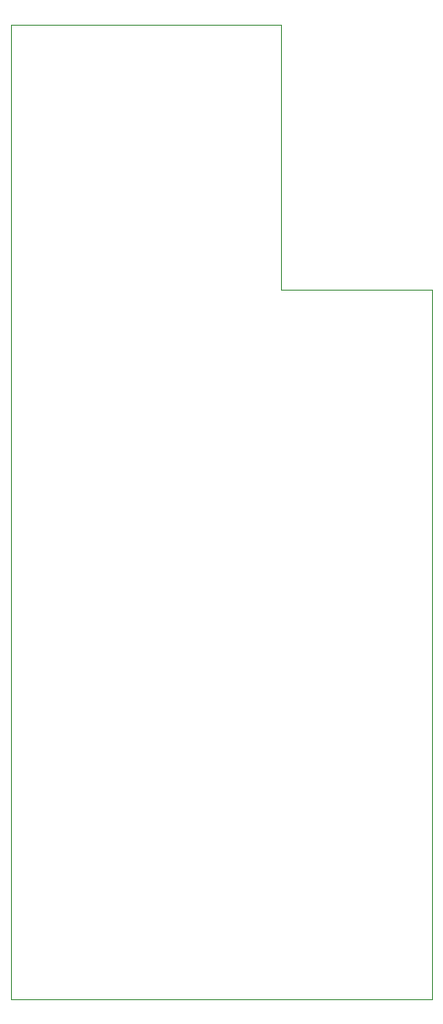
<source format=gbr>
G04 #@! TF.GenerationSoftware,KiCad,Pcbnew,(5.1.5)-3*
G04 #@! TF.CreationDate,2020-04-25T00:27:07+01:00*
G04 #@! TF.ProjectId,SCSIConnector,53435349-436f-46e6-9e65-63746f722e6b,rev?*
G04 #@! TF.SameCoordinates,Original*
G04 #@! TF.FileFunction,Profile,NP*
%FSLAX46Y46*%
G04 Gerber Fmt 4.6, Leading zero omitted, Abs format (unit mm)*
G04 Created by KiCad (PCBNEW (5.1.5)-3) date 2020-04-25 00:27:07*
%MOMM*%
%LPD*%
G04 APERTURE LIST*
%ADD10C,0.050000*%
G04 APERTURE END LIST*
D10*
X195000000Y-59500000D02*
X209000000Y-59500000D01*
X195000000Y-35000000D02*
X195000000Y-59500000D01*
X170000000Y-125000000D02*
X170000000Y-35000000D01*
X209000000Y-125000000D02*
X170000000Y-125000000D01*
X209000000Y-59500000D02*
X209000000Y-125000000D01*
X170000000Y-35000000D02*
X195000000Y-35000000D01*
M02*

</source>
